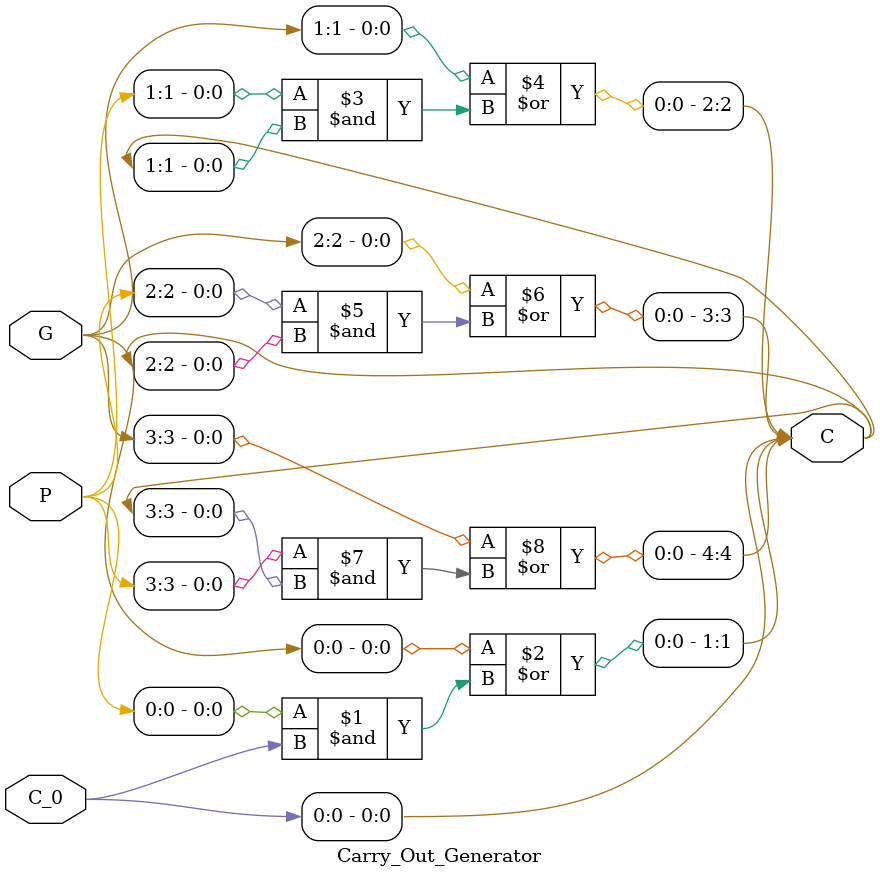
<source format=v>
`timescale 1ns / 1ps


module Carry_Out_Generator
    #(parameter WIDTH = 4)
    (
    input [WIDTH-1:0] P,
    input [WIDTH-1:0] G,
    input C_0,
    output [WIDTH:0] C
    );
    
    genvar i;
    
    assign C[0] = C_0;
    
    generate
        for (i = 0; i < WIDTH; i = i + 1) begin
            assign C[i+1] = G[i] | (P[i] & C[i]);
        end
    endgenerate
    
endmodule

</source>
